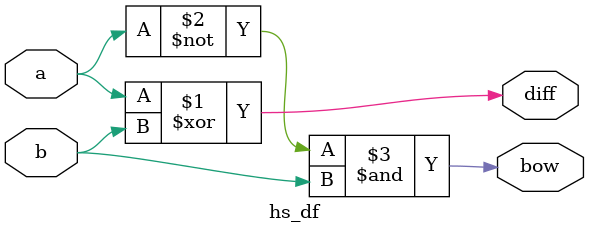
<source format=v>
`timescale 1ns / 1ps

module hs_df(
    input a,b,
    output diff,bow
    );
    assign diff=a^b;
    assign bow=~a&b;
    
endmodule

</source>
